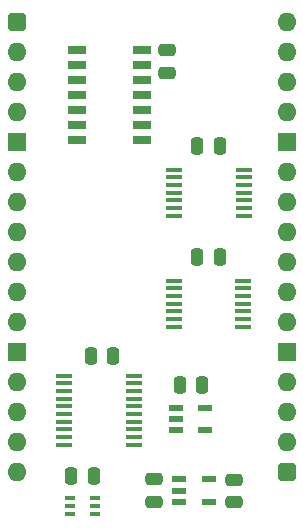
<source format=gts>
%TF.GenerationSoftware,KiCad,Pcbnew,9.0.4*%
%TF.CreationDate,2025-09-16T16:50:18+02:00*%
%TF.ProjectId,Main Memory Small Abort,4d61696e-204d-4656-9d6f-727920536d61,V0*%
%TF.SameCoordinates,Original*%
%TF.FileFunction,Soldermask,Top*%
%TF.FilePolarity,Negative*%
%FSLAX46Y46*%
G04 Gerber Fmt 4.6, Leading zero omitted, Abs format (unit mm)*
G04 Created by KiCad (PCBNEW 9.0.4) date 2025-09-16 16:50:18*
%MOMM*%
%LPD*%
G01*
G04 APERTURE LIST*
G04 Aperture macros list*
%AMRoundRect*
0 Rectangle with rounded corners*
0 $1 Rounding radius*
0 $2 $3 $4 $5 $6 $7 $8 $9 X,Y pos of 4 corners*
0 Add a 4 corners polygon primitive as box body*
4,1,4,$2,$3,$4,$5,$6,$7,$8,$9,$2,$3,0*
0 Add four circle primitives for the rounded corners*
1,1,$1+$1,$2,$3*
1,1,$1+$1,$4,$5*
1,1,$1+$1,$6,$7*
1,1,$1+$1,$8,$9*
0 Add four rect primitives between the rounded corners*
20,1,$1+$1,$2,$3,$4,$5,0*
20,1,$1+$1,$4,$5,$6,$7,0*
20,1,$1+$1,$6,$7,$8,$9,0*
20,1,$1+$1,$8,$9,$2,$3,0*%
G04 Aperture macros list end*
%ADD10R,1.550000X0.650000*%
%ADD11RoundRect,0.250000X0.250000X0.475000X-0.250000X0.475000X-0.250000X-0.475000X0.250000X-0.475000X0*%
%ADD12R,1.475000X0.450000*%
%ADD13RoundRect,0.250000X0.475000X-0.250000X0.475000X0.250000X-0.475000X0.250000X-0.475000X-0.250000X0*%
%ADD14RoundRect,0.250000X-0.475000X0.250000X-0.475000X-0.250000X0.475000X-0.250000X0.475000X0.250000X0*%
%ADD15RoundRect,0.400000X-0.400000X-0.400000X0.400000X-0.400000X0.400000X0.400000X-0.400000X0.400000X0*%
%ADD16O,1.600000X1.600000*%
%ADD17R,1.600000X1.600000*%
%ADD18R,1.250000X0.600000*%
%ADD19R,1.150000X0.600000*%
%ADD20R,0.875000X0.450000*%
G04 APERTURE END LIST*
D10*
%TO.C,IC13*%
X5149000Y-2413000D03*
X5149000Y-3683000D03*
X5149000Y-4953000D03*
X5149000Y-6223000D03*
X5149000Y-7493000D03*
X5149000Y-8763000D03*
X5149000Y-10033000D03*
X10599000Y-10033000D03*
X10599000Y-8763000D03*
X10599000Y-7493000D03*
X10599000Y-6223000D03*
X10599000Y-4953000D03*
X10599000Y-3683000D03*
X10599000Y-2413000D03*
%TD*%
D11*
%TO.C,C15*%
X15700000Y-30734000D03*
X13800000Y-30734000D03*
%TD*%
D12*
%TO.C,IC2*%
X13335000Y-12513000D03*
X13335000Y-13163000D03*
X13335000Y-13813000D03*
X13335000Y-14463000D03*
X13335000Y-15113000D03*
X13335000Y-15763000D03*
X13335000Y-16413000D03*
X19211000Y-16413000D03*
X19211000Y-15763000D03*
X19211000Y-15113000D03*
X19211000Y-14463000D03*
X19211000Y-13813000D03*
X19211000Y-13163000D03*
X19211000Y-12513000D03*
%TD*%
%TO.C,IC3*%
X4047000Y-29968000D03*
X4047000Y-30618000D03*
X4047000Y-31268000D03*
X4047000Y-31918000D03*
X4047000Y-32568000D03*
X4047000Y-33218000D03*
X4047000Y-33868000D03*
X4047000Y-34518000D03*
X4047000Y-35168000D03*
X4047000Y-35818000D03*
X9923000Y-35818000D03*
X9923000Y-35168000D03*
X9923000Y-34518000D03*
X9923000Y-33868000D03*
X9923000Y-33218000D03*
X9923000Y-32568000D03*
X9923000Y-31918000D03*
X9923000Y-31268000D03*
X9923000Y-30618000D03*
X9923000Y-29968000D03*
%TD*%
%TO.C,IC8*%
X13318000Y-21926000D03*
X13318000Y-22576000D03*
X13318000Y-23226000D03*
X13318000Y-23876000D03*
X13318000Y-24526000D03*
X13318000Y-25176000D03*
X13318000Y-25826000D03*
X19194000Y-25826000D03*
X19194000Y-25176000D03*
X19194000Y-24526000D03*
X19194000Y-23876000D03*
X19194000Y-23226000D03*
X19194000Y-22576000D03*
X19194000Y-21926000D03*
%TD*%
D11*
%TO.C,C12*%
X6522000Y-38481000D03*
X4622000Y-38481000D03*
%TD*%
%TO.C,C8*%
X8156000Y-28325000D03*
X6256000Y-28325000D03*
%TD*%
D13*
%TO.C,C10*%
X11587000Y-40635000D03*
X11587000Y-38735000D03*
%TD*%
D14*
%TO.C,C11*%
X18415000Y-38767000D03*
X18415000Y-40667000D03*
%TD*%
D15*
%TO.C,J1*%
X0Y0D03*
D16*
X0Y-2540000D03*
X0Y-5080000D03*
X0Y-7620000D03*
D17*
X0Y-10160000D03*
D16*
X0Y-12700000D03*
X0Y-15240000D03*
X0Y-17780000D03*
X0Y-20320000D03*
X0Y-22860000D03*
X0Y-25400000D03*
D17*
X0Y-27940000D03*
D16*
X0Y-30480000D03*
X0Y-33020000D03*
X0Y-35560000D03*
X0Y-38100000D03*
D15*
X22860000Y-38100000D03*
D16*
X22860000Y-35560000D03*
X22860000Y-33020000D03*
X22860000Y-30480000D03*
D17*
X22860000Y-27940000D03*
D16*
X22860000Y-25400000D03*
X22860000Y-22860000D03*
X22860000Y-20320000D03*
X22860000Y-17780000D03*
X22860000Y-15240000D03*
X22860000Y-12700000D03*
D17*
X22860000Y-10160000D03*
D16*
X22860000Y-7620000D03*
X22860000Y-5080000D03*
X22860000Y-2540000D03*
X22860000Y0D03*
%TD*%
D11*
%TO.C,C2*%
X17190000Y-19939000D03*
X15290000Y-19939000D03*
%TD*%
D18*
%TO.C,IC17*%
X13482000Y-32705000D03*
X13482000Y-33655000D03*
X13482000Y-34605000D03*
X15982000Y-34605000D03*
X15982000Y-32705000D03*
%TD*%
D19*
%TO.C,IC1*%
X13716000Y-38751000D03*
X13716000Y-39701000D03*
X13716000Y-40651000D03*
X16316000Y-40651000D03*
X16316000Y-38751000D03*
%TD*%
D11*
%TO.C,C13*%
X17207000Y-10526000D03*
X15307000Y-10526000D03*
%TD*%
D20*
%TO.C,IC4*%
X4480000Y-40356000D03*
X4480000Y-41006000D03*
X4480000Y-41656000D03*
X6604000Y-41656000D03*
X6604000Y-41006000D03*
X6604000Y-40356000D03*
%TD*%
D14*
%TO.C,C7*%
X12700000Y-2418000D03*
X12700000Y-4318000D03*
%TD*%
M02*

</source>
